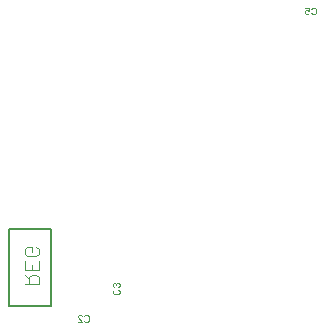
<source format=gbo>
G75*
%MOIN*%
%OFA0B0*%
%FSLAX25Y25*%
%IPPOS*%
%LPD*%
%AMOC8*
5,1,8,0,0,1.08239X$1,22.5*
%
%ADD10C,0.00200*%
%ADD11C,0.00800*%
%ADD12C,0.00400*%
D10*
X0073505Y0012159D02*
X0074973Y0012159D01*
X0073505Y0013627D01*
X0073505Y0013994D01*
X0073872Y0014361D01*
X0074606Y0014361D01*
X0074973Y0013994D01*
X0075715Y0013994D02*
X0076082Y0014361D01*
X0076816Y0014361D01*
X0077183Y0013994D01*
X0077183Y0012526D01*
X0076816Y0012159D01*
X0076082Y0012159D01*
X0075715Y0012526D01*
X0085292Y0021817D02*
X0085292Y0022551D01*
X0085659Y0022918D01*
X0085659Y0023660D02*
X0085292Y0024027D01*
X0085292Y0024761D01*
X0085659Y0025128D01*
X0086026Y0025128D01*
X0086393Y0024761D01*
X0086393Y0024394D01*
X0086393Y0024761D02*
X0086760Y0025128D01*
X0087127Y0025128D01*
X0087494Y0024761D01*
X0087494Y0024027D01*
X0087127Y0023660D01*
X0087127Y0022918D02*
X0087494Y0022551D01*
X0087494Y0021817D01*
X0087127Y0021450D01*
X0085659Y0021450D01*
X0085292Y0021817D01*
X0149642Y0114700D02*
X0150376Y0114700D01*
X0150743Y0115067D01*
X0150743Y0115801D02*
X0150009Y0116168D01*
X0149642Y0116168D01*
X0149275Y0115801D01*
X0149275Y0115067D01*
X0149642Y0114700D01*
X0150743Y0115801D02*
X0150743Y0116902D01*
X0149275Y0116902D01*
X0151485Y0116535D02*
X0151852Y0116902D01*
X0152586Y0116902D01*
X0152953Y0116535D01*
X0152953Y0115067D01*
X0152586Y0114700D01*
X0151852Y0114700D01*
X0151485Y0115067D01*
D11*
X0050633Y0043177D02*
X0050633Y0017374D01*
X0064633Y0017374D01*
X0064633Y0043177D01*
X0050633Y0043177D01*
D12*
X0056704Y0037091D02*
X0058238Y0037091D01*
X0058238Y0035556D01*
X0056704Y0037091D02*
X0055936Y0036323D01*
X0055936Y0034789D01*
X0056704Y0034021D01*
X0059773Y0034021D01*
X0060540Y0034789D01*
X0060540Y0036323D01*
X0059773Y0037091D01*
X0060540Y0032487D02*
X0060540Y0029417D01*
X0055936Y0029417D01*
X0055936Y0032487D01*
X0058238Y0030952D02*
X0058238Y0029417D01*
X0058238Y0027883D02*
X0057471Y0027115D01*
X0057471Y0024813D01*
X0055936Y0024813D02*
X0060540Y0024813D01*
X0060540Y0027115D01*
X0059773Y0027883D01*
X0058238Y0027883D01*
X0057471Y0026348D02*
X0055936Y0027883D01*
M02*

</source>
